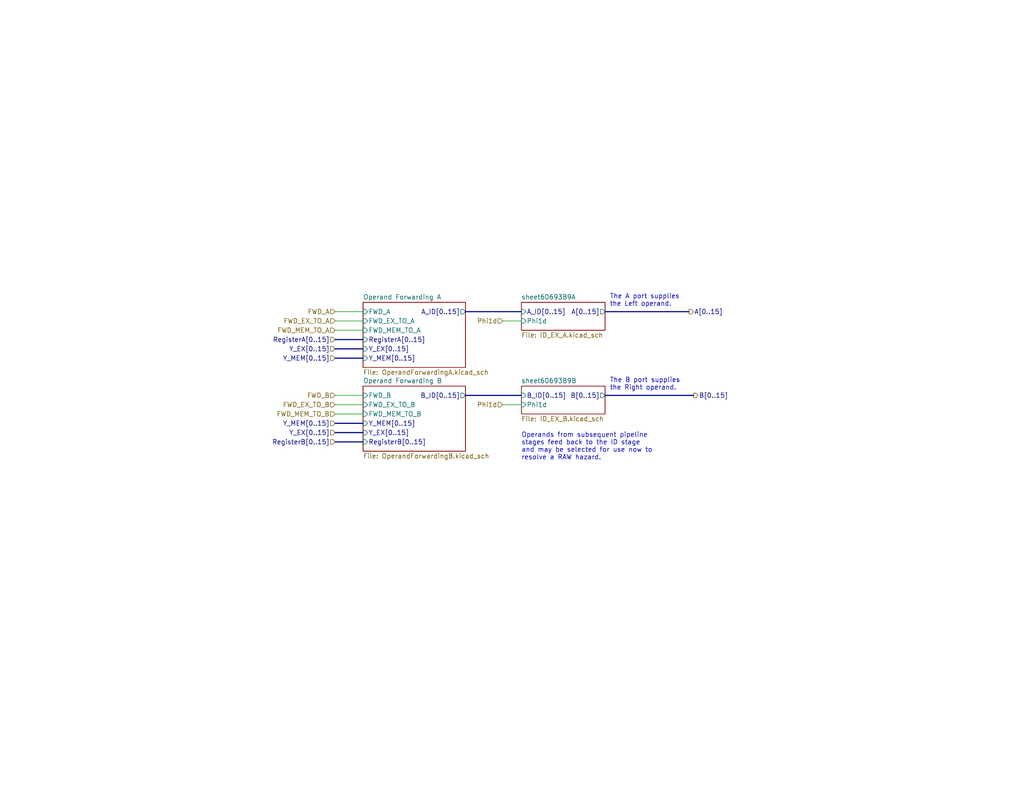
<source format=kicad_sch>
(kicad_sch
	(version 20250114)
	(generator "eeschema")
	(generator_version "9.0")
	(uuid "0b9dd887-f147-44a4-bd5d-7a0d980e90d1")
	(paper "USLetter")
	(title_block
		(date "2025-07-16")
		(rev "A")
	)
	(lib_symbols)
	(text "The A port supplies\nthe Left operand."
		(exclude_from_sim no)
		(at 166.37 83.82 0)
		(effects
			(font
				(size 1.27 1.27)
			)
			(justify left bottom)
		)
		(uuid "39f04d0d-cfda-4e11-811b-a3eebce2ab56")
	)
	(text "The B port supplies\nthe Right operand."
		(exclude_from_sim no)
		(at 166.37 106.68 0)
		(effects
			(font
				(size 1.27 1.27)
			)
			(justify left bottom)
		)
		(uuid "82dc77d5-b8a0-471f-b57d-ac9a4a1920ec")
	)
	(text "Operands from subsequent pipeline\nstages feed back to the ID stage\nand may be selected for use now to\nresolve a RAW hazard."
		(exclude_from_sim no)
		(at 142.24 125.73 0)
		(effects
			(font
				(size 1.27 1.27)
			)
			(justify left bottom)
		)
		(uuid "fdd23716-47e6-4e3c-b409-e6b9720e1476")
	)
	(bus
		(pts
			(xy 91.44 97.79) (xy 99.06 97.79)
		)
		(stroke
			(width 0)
			(type default)
		)
		(uuid "1568ae83-1076-41e9-a02a-cf1669b7f757")
	)
	(wire
		(pts
			(xy 91.44 85.09) (xy 99.06 85.09)
		)
		(stroke
			(width 0)
			(type default)
		)
		(uuid "15ad7508-ca4f-47ea-8c1b-ead1e4aa28cb")
	)
	(bus
		(pts
			(xy 91.44 120.65) (xy 99.06 120.65)
		)
		(stroke
			(width 0)
			(type default)
		)
		(uuid "2e349647-582c-41ef-8052-67635d7436b4")
	)
	(bus
		(pts
			(xy 91.44 92.71) (xy 99.06 92.71)
		)
		(stroke
			(width 0)
			(type default)
		)
		(uuid "3cf9371a-17b5-4e59-a2bd-b2e5388b0334")
	)
	(wire
		(pts
			(xy 91.44 113.03) (xy 99.06 113.03)
		)
		(stroke
			(width 0)
			(type default)
		)
		(uuid "4c37727f-fe8c-4c0c-ab17-5bae959993c3")
	)
	(wire
		(pts
			(xy 91.44 90.17) (xy 99.06 90.17)
		)
		(stroke
			(width 0)
			(type default)
		)
		(uuid "95f3da4e-f660-45a1-aca9-e5aac37dd49c")
	)
	(bus
		(pts
			(xy 187.96 85.09) (xy 165.1 85.09)
		)
		(stroke
			(width 0)
			(type default)
		)
		(uuid "a11f21d3-d67b-41af-904d-3a14723cd131")
	)
	(wire
		(pts
			(xy 137.16 87.63) (xy 142.24 87.63)
		)
		(stroke
			(width 0)
			(type default)
		)
		(uuid "a4f98daa-8ec2-4498-8d78-d9b823f423b2")
	)
	(bus
		(pts
			(xy 91.44 115.57) (xy 99.06 115.57)
		)
		(stroke
			(width 0)
			(type default)
		)
		(uuid "a6b28133-71e8-4fd2-aee6-3ce053a38f4a")
	)
	(wire
		(pts
			(xy 91.44 107.95) (xy 99.06 107.95)
		)
		(stroke
			(width 0)
			(type default)
		)
		(uuid "adf58bdf-f409-43bc-90bf-b36c9183143d")
	)
	(bus
		(pts
			(xy 127 107.95) (xy 142.24 107.95)
		)
		(stroke
			(width 0)
			(type default)
		)
		(uuid "b39159d3-5f5e-4904-9c78-ed706cce7b63")
	)
	(bus
		(pts
			(xy 127 85.09) (xy 142.24 85.09)
		)
		(stroke
			(width 0)
			(type default)
		)
		(uuid "bd3489bd-d885-4101-b4be-dbae61379dad")
	)
	(bus
		(pts
			(xy 189.23 107.95) (xy 165.1 107.95)
		)
		(stroke
			(width 0)
			(type default)
		)
		(uuid "c42855b5-7aac-4c1f-877d-cecca17b7880")
	)
	(bus
		(pts
			(xy 91.44 118.11) (xy 99.06 118.11)
		)
		(stroke
			(width 0)
			(type default)
		)
		(uuid "c4688e34-a7fe-4ab3-a6f9-578640763aef")
	)
	(wire
		(pts
			(xy 137.16 110.49) (xy 142.24 110.49)
		)
		(stroke
			(width 0)
			(type default)
		)
		(uuid "ce395338-05eb-466a-a9e7-3808e864396c")
	)
	(wire
		(pts
			(xy 91.44 87.63) (xy 99.06 87.63)
		)
		(stroke
			(width 0)
			(type default)
		)
		(uuid "dfc51870-99d7-442d-a9b6-32bfd5224ae3")
	)
	(wire
		(pts
			(xy 91.44 110.49) (xy 99.06 110.49)
		)
		(stroke
			(width 0)
			(type default)
		)
		(uuid "e47ea7f3-5295-4668-a36d-4e8bae2fd56f")
	)
	(bus
		(pts
			(xy 91.44 95.25) (xy 99.06 95.25)
		)
		(stroke
			(width 0)
			(type default)
		)
		(uuid "e85d4ca2-d7cb-492b-bd33-afddc1dab501")
	)
	(hierarchical_label "FWD_A"
		(shape input)
		(at 91.44 85.09 180)
		(effects
			(font
				(size 1.27 1.27)
			)
			(justify right)
		)
		(uuid "034c7be3-650c-4af1-8730-bd7d7200bb98")
	)
	(hierarchical_label "Y_MEM[0..15]"
		(shape input)
		(at 91.44 115.57 180)
		(effects
			(font
				(size 1.27 1.27)
			)
			(justify right)
		)
		(uuid "0da22159-8bf4-4524-ac6f-e85150513c75")
	)
	(hierarchical_label "RegisterB[0..15]"
		(shape input)
		(at 91.44 120.65 180)
		(effects
			(font
				(size 1.27 1.27)
			)
			(justify right)
		)
		(uuid "26a7b487-85f8-436b-8593-baa409f1576d")
	)
	(hierarchical_label "FWD_MEM_TO_B"
		(shape input)
		(at 91.44 113.03 180)
		(effects
			(font
				(size 1.27 1.27)
			)
			(justify right)
		)
		(uuid "31edeff5-f84b-4a34-9723-35746eaf959a")
	)
	(hierarchical_label "FWD_MEM_TO_A"
		(shape input)
		(at 91.44 90.17 180)
		(effects
			(font
				(size 1.27 1.27)
			)
			(justify right)
		)
		(uuid "33f16949-47c5-4115-86e4-e7f89dce06c6")
	)
	(hierarchical_label "A[0..15]"
		(shape output)
		(at 187.96 85.09 0)
		(effects
			(font
				(size 1.27 1.27)
			)
			(justify left)
		)
		(uuid "3472a4fb-11f8-40f6-904f-dfcc75eeabfe")
	)
	(hierarchical_label "Phi1d"
		(shape input)
		(at 137.16 110.49 180)
		(effects
			(font
				(size 1.27 1.27)
			)
			(justify right)
		)
		(uuid "423257eb-85b3-4e4f-97bc-2f36046d4f78")
	)
	(hierarchical_label "Y_EX[0..15]"
		(shape input)
		(at 91.44 118.11 180)
		(effects
			(font
				(size 1.27 1.27)
			)
			(justify right)
		)
		(uuid "60b99806-709f-4b67-89ee-116f0163a126")
	)
	(hierarchical_label "RegisterA[0..15]"
		(shape input)
		(at 91.44 92.71 180)
		(effects
			(font
				(size 1.27 1.27)
			)
			(justify right)
		)
		(uuid "7f60df2f-ade9-4b01-bf87-41c38ce0944f")
	)
	(hierarchical_label "Y_MEM[0..15]"
		(shape input)
		(at 91.44 97.79 180)
		(effects
			(font
				(size 1.27 1.27)
			)
			(justify right)
		)
		(uuid "80c0b9a5-7512-42ed-bebf-98c79557aff4")
	)
	(hierarchical_label "FWD_B"
		(shape input)
		(at 91.44 107.95 180)
		(effects
			(font
				(size 1.27 1.27)
			)
			(justify right)
		)
		(uuid "870c7fc5-b798-4e71-87ef-8390149489fe")
	)
	(hierarchical_label "Phi1d"
		(shape input)
		(at 137.16 87.63 180)
		(effects
			(font
				(size 1.27 1.27)
			)
			(justify right)
		)
		(uuid "a9f79552-6fb3-4b89-9e93-49178a6938a4")
	)
	(hierarchical_label "FWD_EX_TO_B"
		(shape input)
		(at 91.44 110.49 180)
		(effects
			(font
				(size 1.27 1.27)
			)
			(justify right)
		)
		(uuid "b24f6ce5-14fe-4587-a986-16fdb58407fb")
	)
	(hierarchical_label "FWD_EX_TO_A"
		(shape input)
		(at 91.44 87.63 180)
		(effects
			(font
				(size 1.27 1.27)
			)
			(justify right)
		)
		(uuid "bd022bb3-6f30-4cc4-9387-34dd7bde6dbb")
	)
	(hierarchical_label "Y_EX[0..15]"
		(shape input)
		(at 91.44 95.25 180)
		(effects
			(font
				(size 1.27 1.27)
			)
			(justify right)
		)
		(uuid "e2f996a1-2ee2-464f-9a6c-a77148c2a882")
	)
	(hierarchical_label "B[0..15]"
		(shape output)
		(at 189.23 107.95 0)
		(effects
			(font
				(size 1.27 1.27)
			)
			(justify left)
		)
		(uuid "fcef788f-a880-4935-93f2-43994a886604")
	)
	(sheet
		(at 142.24 82.55)
		(size 22.86 7.62)
		(exclude_from_sim no)
		(in_bom yes)
		(on_board yes)
		(dnp no)
		(fields_autoplaced yes)
		(stroke
			(width 0)
			(type solid)
		)
		(fill
			(color 0 0 0 0.0000)
		)
		(uuid "097a8f3d-04b1-4b7c-9023-b6f6b0c017d7")
		(property "Sheetname" "sheet60693B9A"
			(at 142.24 81.8384 0)
			(effects
				(font
					(size 1.27 1.27)
				)
				(justify left bottom)
			)
		)
		(property "Sheetfile" "ID_EX_A.kicad_sch"
			(at 142.24 90.7546 0)
			(effects
				(font
					(size 1.27 1.27)
				)
				(justify left top)
			)
		)
		(pin "A_ID[0..15]" input
			(at 142.24 85.09 180)
			(uuid "e03dd567-95ec-422c-87bf-16607d0e0278")
			(effects
				(font
					(size 1.27 1.27)
				)
				(justify left)
			)
		)
		(pin "A[0..15]" output
			(at 165.1 85.09 0)
			(uuid "90308529-557d-48f2-8f3a-937ef3b96ab8")
			(effects
				(font
					(size 1.27 1.27)
				)
				(justify right)
			)
		)
		(pin "Phi1d" input
			(at 142.24 87.63 180)
			(uuid "a7151aa1-b373-4c3d-92e1-ad2794222759")
			(effects
				(font
					(size 1.27 1.27)
				)
				(justify left)
			)
		)
		(instances
			(project "MainBoard"
				(path "/83c5181e-f5ee-453c-ae5c-d7256ba8837d/5f0c81ab-e061-46b3-941f-11c63bee39e9"
					(page "34")
				)
			)
			(project ""
				(path "/15958ea4-e442-453c-858c-cce8e26c03e4"
					(page "#")
				)
			)
			(project "BypassModule"
				(path "/0b9dd887-f147-44a4-bd5d-7a0d980e90d1/15958ea4-e442-453c-858c-cce8e26c03e4"
					(page "9")
				)
			)
		)
	)
	(sheet
		(at 142.24 105.41)
		(size 22.86 7.62)
		(exclude_from_sim no)
		(in_bom yes)
		(on_board yes)
		(dnp no)
		(fields_autoplaced yes)
		(stroke
			(width 0)
			(type solid)
		)
		(fill
			(color 0 0 0 0.0000)
		)
		(uuid "308b00b8-9bc8-4f6d-a97b-a673baac1269")
		(property "Sheetname" "sheet60693B9B"
			(at 142.24 104.6984 0)
			(effects
				(font
					(size 1.27 1.27)
				)
				(justify left bottom)
			)
		)
		(property "Sheetfile" "ID_EX_B.kicad_sch"
			(at 142.24 113.6146 0)
			(effects
				(font
					(size 1.27 1.27)
				)
				(justify left top)
			)
		)
		(pin "B_ID[0..15]" input
			(at 142.24 107.95 180)
			(uuid "adb7d064-e6b9-4b39-a6a8-06bc4340bf34")
			(effects
				(font
					(size 1.27 1.27)
				)
				(justify left)
			)
		)
		(pin "B[0..15]" output
			(at 165.1 107.95 0)
			(uuid "30ca1952-5ae9-42f6-a608-8616ac303474")
			(effects
				(font
					(size 1.27 1.27)
				)
				(justify right)
			)
		)
		(pin "Phi1d" input
			(at 142.24 110.49 180)
			(uuid "6a70830d-7139-430a-b934-b8a8e0173f66")
			(effects
				(font
					(size 1.27 1.27)
				)
				(justify left)
			)
		)
		(instances
			(project "MainBoard"
				(path "/83c5181e-f5ee-453c-ae5c-d7256ba8837d/5f0c81ab-e061-46b3-941f-11c63bee39e9"
					(page "35")
				)
			)
			(project ""
				(path "/15958ea4-e442-453c-858c-cce8e26c03e4"
					(page "#")
				)
			)
			(project "BypassModule"
				(path "/0b9dd887-f147-44a4-bd5d-7a0d980e90d1/15958ea4-e442-453c-858c-cce8e26c03e4"
					(page "10")
				)
			)
		)
	)
	(sheet
		(at 99.06 82.55)
		(size 27.94 17.78)
		(exclude_from_sim no)
		(in_bom yes)
		(on_board yes)
		(dnp no)
		(fields_autoplaced yes)
		(stroke
			(width 0)
			(type solid)
		)
		(fill
			(color 0 0 0 0.0000)
		)
		(uuid "bd5bc204-b8c7-4bbb-837e-63cc5182bfbe")
		(property "Sheetname" "Operand Forwarding A"
			(at 99.06 81.8384 0)
			(effects
				(font
					(size 1.27 1.27)
				)
				(justify left bottom)
			)
		)
		(property "Sheetfile" "OperandForwardingA.kicad_sch"
			(at 99.06 100.9146 0)
			(effects
				(font
					(size 1.27 1.27)
				)
				(justify left top)
			)
		)
		(pin "FWD_A" input
			(at 99.06 85.09 180)
			(uuid "436824d2-341e-4fa9-8f4c-a35cf6989478")
			(effects
				(font
					(size 1.27 1.27)
				)
				(justify left)
			)
		)
		(pin "A_ID[0..15]" output
			(at 127 85.09 0)
			(uuid "7e82006c-dd37-47e0-820f-b7da7e96d804")
			(effects
				(font
					(size 1.27 1.27)
				)
				(justify right)
			)
		)
		(pin "RegisterA[0..15]" input
			(at 99.06 92.71 180)
			(uuid "94542c49-c869-47d2-8fda-9407c5cf82f8")
			(effects
				(font
					(size 1.27 1.27)
				)
				(justify left)
			)
		)
		(pin "Y_EX[0..15]" input
			(at 99.06 95.25 180)
			(uuid "3444af61-0c70-454f-90b2-b675052197d2")
			(effects
				(font
					(size 1.27 1.27)
				)
				(justify left)
			)
		)
		(pin "Y_MEM[0..15]" input
			(at 99.06 97.79 180)
			(uuid "63911016-a120-4bb4-b25a-94dec2e0a715")
			(effects
				(font
					(size 1.27 1.27)
				)
				(justify left)
			)
		)
		(pin "FWD_EX_TO_A" input
			(at 99.06 87.63 180)
			(uuid "ff710ac3-6841-42a7-8d25-16be8b4c0ada")
			(effects
				(font
					(size 1.27 1.27)
				)
				(justify left)
			)
		)
		(pin "FWD_MEM_TO_A" input
			(at 99.06 90.17 180)
			(uuid "e5183df1-b8f4-4b7f-86c2-69c85f58c405")
			(effects
				(font
					(size 1.27 1.27)
				)
				(justify left)
			)
		)
		(instances
			(project "MainBoard"
				(path "/83c5181e-f5ee-453c-ae5c-d7256ba8837d/5f0c81ab-e061-46b3-941f-11c63bee39e9"
					(page "32")
				)
			)
			(project ""
				(path "/15958ea4-e442-453c-858c-cce8e26c03e4"
					(page "#")
				)
			)
			(project "BypassModule"
				(path "/0b9dd887-f147-44a4-bd5d-7a0d980e90d1/15958ea4-e442-453c-858c-cce8e26c03e4"
					(page "7")
				)
			)
		)
	)
	(sheet
		(at 99.06 105.41)
		(size 27.94 17.78)
		(exclude_from_sim no)
		(in_bom yes)
		(on_board yes)
		(dnp no)
		(fields_autoplaced yes)
		(stroke
			(width 0)
			(type solid)
		)
		(fill
			(color 0 0 0 0.0000)
		)
		(uuid "d57c458c-d6b9-4988-aa86-ff7bb54c7a0d")
		(property "Sheetname" "Operand Forwarding B"
			(at 99.06 104.6984 0)
			(effects
				(font
					(size 1.27 1.27)
				)
				(justify left bottom)
			)
		)
		(property "Sheetfile" "OperandForwardingB.kicad_sch"
			(at 99.06 123.7746 0)
			(effects
				(font
					(size 1.27 1.27)
				)
				(justify left top)
			)
		)
		(pin "FWD_B" input
			(at 99.06 107.95 180)
			(uuid "5ca22d9f-8748-4e7d-8dc4-8e9f08917c75")
			(effects
				(font
					(size 1.27 1.27)
				)
				(justify left)
			)
		)
		(pin "B_ID[0..15]" output
			(at 127 107.95 0)
			(uuid "2201a09b-b877-4c28-acf9-713142055c13")
			(effects
				(font
					(size 1.27 1.27)
				)
				(justify right)
			)
		)
		(pin "RegisterB[0..15]" input
			(at 99.06 120.65 180)
			(uuid "ad67b386-dcb9-4054-92e9-0b9cfc841ae8")
			(effects
				(font
					(size 1.27 1.27)
				)
				(justify left)
			)
		)
		(pin "Y_EX[0..15]" input
			(at 99.06 118.11 180)
			(uuid "d928ff4f-c51d-496e-b61f-10eedce0ff9b")
			(effects
				(font
					(size 1.27 1.27)
				)
				(justify left)
			)
		)
		(pin "Y_MEM[0..15]" input
			(at 99.06 115.57 180)
			(uuid "b0f735d9-14ab-4fd2-9777-9439f9c41401")
			(effects
				(font
					(size 1.27 1.27)
				)
				(justify left)
			)
		)
		(pin "FWD_EX_TO_B" input
			(at 99.06 110.49 180)
			(uuid "b65e017e-93fb-4c23-b5aa-e19320633fef")
			(effects
				(font
					(size 1.27 1.27)
				)
				(justify left)
			)
		)
		(pin "FWD_MEM_TO_B" input
			(at 99.06 113.03 180)
			(uuid "d32d390a-9a5b-445e-8c75-163f42db9a17")
			(effects
				(font
					(size 1.27 1.27)
				)
				(justify left)
			)
		)
		(instances
			(project "MainBoard"
				(path "/83c5181e-f5ee-453c-ae5c-d7256ba8837d/5f0c81ab-e061-46b3-941f-11c63bee39e9"
					(page "33")
				)
			)
			(project ""
				(path "/15958ea4-e442-453c-858c-cce8e26c03e4"
					(page "#")
				)
			)
			(project "BypassModule"
				(path "/0b9dd887-f147-44a4-bd5d-7a0d980e90d1/15958ea4-e442-453c-858c-cce8e26c03e4"
					(page "8")
				)
			)
		)
	)
)

</source>
